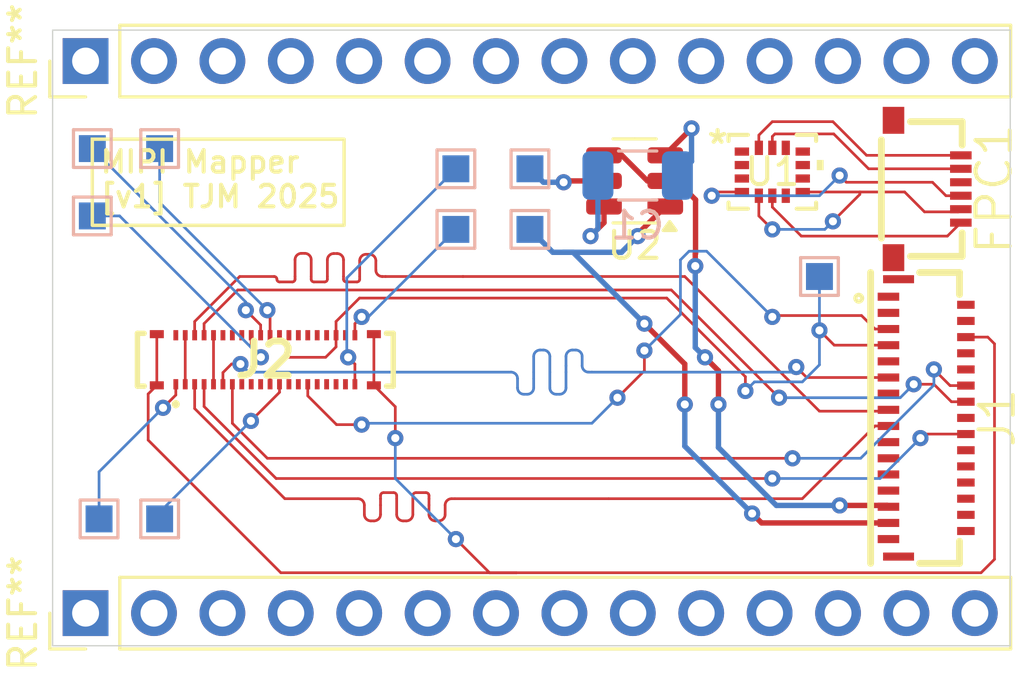
<source format=kicad_pcb>
(kicad_pcb (version 20241229) (generator "pcbnew") (generator_version "9.0")
  (title_block (title "E90 Microdisplay Adapter") (rev "0") (company "Swarthmore College") (comment 1 "Authors: Thomas Makin, Xezel Peshlakai"))
  (layers (0 "F.Cu" signal) (2 "B.Cu" signal) (13 "F.Paste" user) (15 "B.Paste" user) (5 "F.SilkS" user "F.Silkscreen") (7 "B.SilkS" user "B.Silkscreen") (1 "F.Mask" user) (3 "B.Mask" user) (25 "Edge.Cuts" user))
  (net 0 "")
  (net 1 "GND")
  (net 2 "VDD3V3_SYS")
  (net 3 "/SDA")
  (net 4 "/RL_SEL")
  (net 5 "/VGMP")
  (net 6 "/IM_0")
  (net 7 "/ELVDD")
  (net 8 "/SCL")
  (net 9 "/VREF1")
  (net 10 "/EN_AOI")
  (net 11 "/VGSP")
  (net 12 "/GPIO")
  (net 13 "/MVDD")
  (net 14 "/AVDD")
  (net 15 "/AVEE")
  (net 16 "/RST")
  (net 17 "/INT")
  (net 27 "/DATAN0")
  (net 28 "/CLK_P")
  (net 29 "/DATAP1")
  (net 32 "VDD1V8_SYS")
  (net 34 "/RESET")
  (net 36 "/DATAP0")
  (net 37 "/DATAN1")
  (net 38 "/CLK_N")
  (net 39 "/DATAP3")
  (net 40 "/DATAN3")
  (net 41 "/DATAN2")
  (net 42 "/OCP_VDD2")
  (net 44 "/DATAP2")
  (net 46 "/OCP_OUT")
  (net 47 "/VCOM")
  (net 48 "/VREF2")
  (net 49 "/VREF3")
  (net 50 "/OTP_PWR")
  (net 51 "LCD0_BL-")
  (net 52 "LCD0_BL+")
  (net 53 "-5V5")
  (net 54 "Net-(U2-CAP+)")
  (net 55 "Net-(U2-CAP-)")
  (footprint "Connector_PinHeader_2.54mm:PinHeader_1x14_P2.54mm_Vertical" (layer "F.Cu") (at 81.5 96.5 90)
    (property "Reference" "REF**" (at 0 -2.33 90) (layer "F.SilkS"))
    (property "Value" "PinHeader_1x14_P2.54mm_Vertical" (hide yes))
    (pad "1" thru_hole rect (at 0 0 90) (size 1.7 1.7) (drill 1) (layers "*.Cu" "*.Mask"))
    (pad "2" thru_hole oval (at 0 2.54 90) (size 1.7 1.7) (drill 1) (layers "*.Cu" "*.Mask"))
    (pad "3" thru_hole oval (at 0 5.08 90) (size 1.7 1.7) (drill 1) (layers "*.Cu" "*.Mask"))
    (pad "4" thru_hole oval (at 0 7.62 90) (size 1.7 1.7) (drill 1) (layers "*.Cu" "*.Mask"))
    (pad "5" thru_hole oval (at 0 10.16 90) (size 1.7 1.7) (drill 1) (layers "*.Cu" "*.Mask"))
    (pad "6" thru_hole oval (at 0 12.7 90) (size 1.7 1.7) (drill 1) (layers "*.Cu" "*.Mask"))
    (pad "7" thru_hole oval (at 0 15.24 90) (size 1.7 1.7) (drill 1) (layers "*.Cu" "*.Mask"))
    (pad "8" thru_hole oval (at 0 17.78 90) (size 1.7 1.7) (drill 1) (layers "*.Cu" "*.Mask"))
    (pad "9" thru_hole oval (at 0 20.32 90) (size 1.7 1.7) (drill 1) (layers "*.Cu" "*.Mask"))
    (pad "10" thru_hole oval (at 0 22.86 90) (size 1.7 1.7) (drill 1) (layers "*.Cu" "*.Mask"))
    (pad "11" thru_hole oval (at 0 25.4 90) (size 1.7 1.7) (drill 1) (layers "*.Cu" "*.Mask"))
    (pad "12" thru_hole oval (at 0 27.94 90) (size 1.7 1.7) (drill 1) (layers "*.Cu" "*.Mask"))
    (pad "13" thru_hole oval (at 0 30.48 90) (size 1.7 1.7) (drill 1) (layers "*.Cu" "*.Mask"))
    (pad "14" thru_hole oval (at 0 33.02 90) (size 1.7 1.7) (drill 1) (layers "*.Cu" "*.Mask"))
  )
  (footprint "bacon:BM23PF0840DS035V51-GOOD" (layer "F.Cu") (at 88.175 87.09)
    (property "Reference" "J2" (at 0 0 0) (layer "F.SilkS") (effects (font (size 1.27 1.27) (thickness 0.254))))
    (property "Value" "BM23PF0.8-40DP-0.35V_51_" (hide yes))
    (pad "1" smd rect (at -3.325 0.91) (size 0.18 0.38) (layers "F.Cu" "F.Mask" "F.Paste") (net 7 "/ELVDD"))
    (pad "2" smd rect (at -3.325 -0.91) (size 0.18 0.38) (layers "F.Cu" "F.Mask" "F.Paste") (net 47 "/VCOM"))
    (pad "3" smd rect (at -2.975 0.91) (size 0.18 0.38) (layers "F.Cu" "F.Mask" "F.Paste") (net 1 "GND"))
    (pad "4" smd rect (at -2.975 -0.91) (size 0.18 0.38) (layers "F.Cu" "F.Mask" "F.Paste") (net 1 "GND"))
    (pad "5" smd rect (at -2.625 0.91) (size 0.18 0.38) (layers "F.Cu" "F.Mask" "F.Paste") (net 38 "/CLK_N"))
    (pad "6" smd rect (at -2.625 -0.91) (size 0.18 0.38) (layers "F.Cu" "F.Mask" "F.Paste") (net 29 "/DATAP1"))
    (pad "7" smd rect (at -2.275 0.91) (size 0.18 0.38) (layers "F.Cu" "F.Mask" "F.Paste") (net 28 "/CLK_P"))
    (pad "8" smd rect (at -2.275 -0.91) (size 0.18 0.38) (layers "F.Cu" "F.Mask" "F.Paste") (net 37 "/DATAN1"))
    (pad "9" smd rect (at -1.925 0.91) (size 0.18 0.38) (layers "F.Cu" "F.Mask" "F.Paste") (net 1 "GND"))
    (pad "10" smd rect (at -1.925 -0.91) (size 0.18 0.38) (layers "F.Cu" "F.Mask" "F.Paste") (net 1 "GND"))
    (pad "11" smd rect (at -1.575 0.91) (size 0.18 0.38) (layers "F.Cu" "F.Mask" "F.Paste") (net 27 "/DATAN0"))
    (pad "12" smd rect (at -1.575 -0.91) (size 0.18 0.38) (layers "F.Cu" "F.Mask" "F.Paste") (net 44 "/DATAP2"))
    (pad "13" smd rect (at -1.225 0.91) (size 0.18 0.38) (layers "F.Cu" "F.Mask" "F.Paste") (net 36 "/DATAP0"))
    (pad "14" smd rect (at -1.225 -0.91) (size 0.18 0.38) (layers "F.Cu" "F.Mask" "F.Paste") (net 41 "/DATAN2"))
    (pad "15" smd rect (at -0.875 0.91) (size 0.18 0.38) (layers "F.Cu" "F.Mask" "F.Paste") (net 1 "GND"))
    (pad "16" smd rect (at -0.875 -0.91) (size 0.18 0.38) (layers "F.Cu" "F.Mask" "F.Paste") (net 1 "GND"))
    (pad "17" smd rect (at -0.525 0.91) (size 0.18 0.38) (layers "F.Cu" "F.Mask" "F.Paste") (net 40 "/DATAN3"))
    (pad "18" smd rect (at -0.525 -0.91) (size 0.18 0.38) (layers "F.Cu" "F.Mask" "F.Paste") (net 9 "/VREF1"))
    (pad "19" smd rect (at -0.175 0.91) (size 0.18 0.38) (layers "F.Cu" "F.Mask" "F.Paste") (net 39 "/DATAP3"))
    (pad "20" smd rect (at -0.175 -0.91) (size 0.18 0.38) (layers "F.Cu" "F.Mask" "F.Paste") (net 11 "/VGSP"))
    (pad "21" smd rect (at 0.175 0.91) (size 0.18 0.38) (layers "F.Cu" "F.Mask" "F.Paste") (net 1 "GND"))
    (pad "22" smd rect (at 0.175 -0.91) (size 0.18 0.38) (layers "F.Cu" "F.Mask" "F.Paste") (net 5 "/VGMP"))
    (pad "23" smd rect (at 0.525 0.91) (size 0.18 0.38) (layers "F.Cu" "F.Mask" "F.Paste") (net 13 "/MVDD"))
    (pad "24" smd rect (at 0.525 -0.91) (size 0.18 0.38) (layers "F.Cu" "F.Mask" "F.Paste") (net 49 "/VREF3"))
    (pad "25" smd rect (at 0.875 0.91) (size 0.18 0.38) (layers "F.Cu" "F.Mask" "F.Paste") (net 10 "/EN_AOI"))
    (pad "26" smd rect (at 0.875 -0.91) (size 0.18 0.38) (layers "F.Cu" "F.Mask" "F.Paste") (net 48 "/VREF2"))
    (pad "27" smd rect (at 1.225 0.91) (size 0.18 0.38) (layers "F.Cu" "F.Mask" "F.Paste") (net 6 "/IM_0"))
    (pad "28" smd rect (at 1.225 -0.91) (size 0.18 0.38) (layers "F.Cu" "F.Mask" "F.Paste"))
    (pad "29" smd rect (at 1.575 0.91) (size 0.18 0.38) (layers "F.Cu" "F.Mask" "F.Paste") (net 34 "/RESET"))
    (pad "30" smd rect (at 1.575 -0.91) (size 0.18 0.38) (layers "F.Cu" "F.Mask" "F.Paste"))
    (pad "31" smd rect (at 1.925 0.91) (size 0.18 0.38) (layers "F.Cu" "F.Mask" "F.Paste") (net 4 "/RL_SEL"))
    (pad "32" smd rect (at 1.925 -0.91) (size 0.18 0.38) (layers "F.Cu" "F.Mask" "F.Paste") (net 46 "/OCP_OUT"))
    (pad "33" smd rect (at 2.275 0.91) (size 0.18 0.38) (layers "F.Cu" "F.Mask" "F.Paste") (net 47 "/VCOM"))
    (pad "34" smd rect (at 2.275 -0.91) (size 0.18 0.38) (layers "F.Cu" "F.Mask" "F.Paste") (net 12 "/GPIO"))
    (pad "35" smd rect (at 2.625 0.91) (size 0.18 0.38) (layers "F.Cu" "F.Mask" "F.Paste") (net 42 "/OCP_VDD2"))
    (pad "36" smd rect (at 2.625 -0.91) (size 0.18 0.38) (layers "F.Cu" "F.Mask" "F.Paste") (net 1 "GND"))
    (pad "37" smd rect (at 2.975 0.91) (size 0.18 0.38) (layers "F.Cu" "F.Mask" "F.Paste") (net 50 "/OTP_PWR"))
    (pad "38" smd rect (at 2.975 -0.91) (size 0.18 0.38) (layers "F.Cu" "F.Mask" "F.Paste") (net 1 "GND"))
    (pad "39" smd rect (at 3.325 0.91) (size 0.18 0.38) (layers "F.Cu" "F.Mask" "F.Paste") (net 15 "/AVEE"))
    (pad "40" smd rect (at 3.325 -0.91) (size 0.18 0.38) (layers "F.Cu" "F.Mask" "F.Paste") (net 14 "/AVDD"))
    (pad "MP1" smd rect (at -4.03 0.95 90) (size 0.3 0.52) (layers "F.Cu" "F.Mask" "F.Paste") (net 32 "VDD1V8_SYS"))
    (pad "MP2" smd rect (at 4.03 0.95 90) (size 0.3 0.52) (layers "F.Cu" "F.Mask" "F.Paste") (net 32 "VDD1V8_SYS"))
    (pad "MP3" smd rect (at -4.03 -0.95 90) (size 0.3 0.52) (layers "F.Cu" "F.Mask" "F.Paste") (net 32 "VDD1V8_SYS"))
    (pad "MP4" smd rect (at 4.03 -0.95 90) (size 0.3 0.52) (layers "F.Cu" "F.Mask" "F.Paste") (net 32 "VDD1V8_SYS"))
  )
  (footprint "bacon:FFC-SMD_6P-P0.50_F0504-H-06-10G-R" (layer "F.Cu") (at 112.75 80.75 -90)
    (property "Reference" "FPC1" (at 0 -2.4851 90) (layer "F.SilkS") (effects (font (size 1.27 1.27))))
    (property "Value" "F0504-H-06-10G-R" (hide yes))
    (pad "1" smd rect (at -1.2501 -1.2501 270) (size 0.3 0.8) (layers "F.Cu" "F.Mask" "F.Paste") (net 3 "/SDA"))
    (pad "2" smd rect (at -0.7499 -1.2501 270) (size 0.3 0.8) (layers "F.Cu" "F.Mask" "F.Paste") (net 8 "/SCL"))
    (pad "3" smd rect (at -0.2501 -1.2501 270) (size 0.3 0.8) (layers "F.Cu" "F.Mask" "F.Paste") (net 16 "/RST"))
    (pad "4" smd rect (at 0.2501 -1.2501 270) (size 0.3 0.8) (layers "F.Cu" "F.Mask" "F.Paste") (net 17 "/INT"))
    (pad "5" smd rect (at 0.7499 -1.2501 270) (size 0.3 0.8) (layers "F.Cu" "F.Mask" "F.Paste") (net 2 "VDD3V3_SYS"))
    (pad "6" smd rect (at 1.2501 -1.2501 270) (size 0.3 0.8) (layers "F.Cu" "F.Mask" "F.Paste") (net 1 "GND"))
    (pad "7" smd rect (at 2.55 1.2501 270) (size 1 0.8) (layers "F.Cu" "F.Mask" "F.Paste") (net 1 "GND"))
    (pad "8" smd rect (at -2.55 1.2501 270) (size 1 0.8) (layers "F.Cu" "F.Mask" "F.Paste") (net 1 "GND"))
  )
  (footprint "bacon:FPC-SMD_31P-P0.30_HDGC_0.3K-QX-31PWB" (layer "F.Cu") (at 112.75 89.25 -90)
    (property "Reference" "J1" (at 0 -2.5975 90) (layer "F.SilkS") (effects (font (size 1.27 1.27))))
    (property "Value" "3-2328724-1" (hide yes))
    (pad "1" smd rect (at 4.5 1.4375 270) (size 0.3 0.8) (layers "F.Cu" "F.Mask" "F.Paste") (net 52 "LCD0_BL+"))
    (pad "2" smd rect (at 4.2 -1.4375 270) (size 0.3 0.65) (layers "F.Cu" "F.Mask" "F.Paste") (net 52 "LCD0_BL+"))
    (pad "3" smd rect (at 3.9 1.4375 270) (size 0.3 0.8) (layers "F.Cu" "F.Mask" "F.Paste") (net 52 "LCD0_BL+"))
    (pad "4" smd rect (at 3.6001 -1.4375 270) (size 0.3 0.65) (layers "F.Cu" "F.Mask" "F.Paste"))
    (pad "5" smd rect (at 3.3001 1.4375 270) (size 0.3 0.8) (layers "F.Cu" "F.Mask" "F.Paste") (net 51 "LCD0_BL-"))
    (pad "6" smd rect (at 3.0001 -1.4375 270) (size 0.3 0.65) (layers "F.Cu" "F.Mask" "F.Paste") (net 51 "LCD0_BL-"))
    (pad "7" smd rect (at 2.6999 1.4375 270) (size 0.3 0.8) (layers "F.Cu" "F.Mask" "F.Paste") (net 51 "LCD0_BL-"))
    (pad "8" smd rect (at 2.3999 -1.4375 270) (size 0.3 0.65) (layers "F.Cu" "F.Mask" "F.Paste") (net 51 "LCD0_BL-"))
    (pad "9" smd rect (at 2.0999 1.4375 270) (size 0.3 0.8) (layers "F.Cu" "F.Mask" "F.Paste") (net 1 "GND"))
    (pad "10" smd rect (at 1.8 -1.4375 270) (size 0.3 0.65) (layers "F.Cu" "F.Mask" "F.Paste") (net 1 "GND"))
    (pad "11" smd rect (at 1.5 1.4375 270) (size 0.3 0.8) (layers "F.Cu" "F.Mask" "F.Paste"))
    (pad "12" smd rect (at 1.2 -1.4375 270) (size 0.3 0.65) (layers "F.Cu" "F.Mask" "F.Paste"))
    (pad "13" smd rect (at 0.9 1.4375 270) (size 0.3 0.8) (layers "F.Cu" "F.Mask" "F.Paste") (net 1 "GND"))
    (pad "14" smd rect (at 0.6001 -1.4375 270) (size 0.3 0.65) (layers "F.Cu" "F.Mask" "F.Paste") (net 28 "/CLK_P"))
    (pad "15" smd rect (at 0.3001 1.4375 270) (size 0.3 0.8) (layers "F.Cu" "F.Mask" "F.Paste") (net 38 "/CLK_N"))
    (pad "16" smd rect (at 0.0001 -1.4375 270) (size 0.3 0.65) (layers "F.Cu" "F.Mask" "F.Paste") (net 1 "GND"))
    (pad "17" smd rect (at -0.3001 1.4375 270) (size 0.3 0.8) (layers "F.Cu" "F.Mask" "F.Paste") (net 29 "/DATAP1"))
    (pad "18" smd rect (at -0.6001 -1.4375 270) (size 0.3 0.65) (layers "F.Cu" "F.Mask" "F.Paste") (net 37 "/DATAN1"))
    (pad "19" smd rect (at -0.9 1.4375 270) (size 0.3 0.8) (layers "F.Cu" "F.Mask" "F.Paste") (net 1 "GND"))
    (pad "20" smd rect (at -1.2 -1.4375 270) (size 0.3 0.65) (layers "F.Cu" "F.Mask" "F.Paste") (net 36 "/DATAP0"))
    (pad "21" smd rect (at -1.5 1.4375 270) (size 0.3 0.8) (layers "F.Cu" "F.Mask" "F.Paste") (net 27 "/DATAN0"))
    (pad "22" smd rect (at -1.8 -1.4375 270) (size 0.3 0.65) (layers "F.Cu" "F.Mask" "F.Paste") (net 1 "GND"))
    (pad "23" smd rect (at -2.0999 1.4375 270) (size 0.3 0.8) (layers "F.Cu" "F.Mask" "F.Paste"))
    (pad "24" smd rect (at -2.3999 -1.4375 270) (size 0.3 0.65) (layers "F.Cu" "F.Mask" "F.Paste"))
    (pad "25" smd rect (at -2.6999 1.4375 270) (size 0.3 0.8) (layers "F.Cu" "F.Mask" "F.Paste") (net 1 "GND"))
    (pad "26" smd rect (at -2.9999 -1.4375 270) (size 0.3 0.65) (layers "F.Cu" "F.Mask" "F.Paste") (net 32 "VDD1V8_SYS"))
    (pad "27" smd rect (at -3.3001 1.4375 270) (size 0.3 0.8) (layers "F.Cu" "F.Mask" "F.Paste") (net 34 "/RESET"))
    (pad "28" smd rect (at -3.6001 -1.4375 270) (size 0.3 0.65) (layers "F.Cu" "F.Mask" "F.Paste") (net 1 "GND"))
    (pad "29" smd rect (at -3.9 1.4375 270) (size 0.3 0.8) (layers "F.Cu" "F.Mask" "F.Paste") (net 32 "VDD1V8_SYS"))
    (pad "30" smd rect (at -4.2 -1.4375 270) (size 0.3 0.65) (layers "F.Cu" "F.Mask" "F.Paste") (net 2 "VDD3V3_SYS"))
    (pad "31" smd rect (at -4.5 1.4375 270) (size 0.3 0.8) (layers "F.Cu" "F.Mask" "F.Paste") (net 2 "VDD3V3_SYS"))
    (pad "32" smd rect (at 5.15 1.0624 270) (size 0.3 1.15) (layers "F.Cu" "F.Mask" "F.Paste") (net 1 "GND"))
    (pad "33" smd rect (at -5.15 1.0621 270) (size 0.3 1.15) (layers "F.Cu" "F.Mask" "F.Paste") (net 1 "GND"))
  )
  (footprint "Package_TO_SOT_SMD:SOT-23-6" (layer "F.Cu") (at 101.8875 80.45 180)
    (property "Reference" "U2" (at 0 -2.4 0) (layer "F.SilkS"))
    (property "Value" "LM2665M6" (hide yes))
    (pad "1" smd roundrect (at -1.1375 -0.95 180) (size 1.325 0.6) (layers "F.Cu" "F.Mask" "F.Paste") (net 52 "LCD0_BL+"))
    (pad "2" smd roundrect (at -1.1375 0 180) (size 1.325 0.6) (layers "F.Cu" "F.Mask" "F.Paste") (net 51 "LCD0_BL-"))
    (pad "3" smd roundrect (at -1.1375 0.95 180) (size 1.325 0.6) (layers "F.Cu" "F.Mask" "F.Paste") (net 55 "Net-(U2-CAP-)"))
    (pad "4" smd roundrect (at 1.1375 0.95 180) (size 1.325 0.6) (layers "F.Cu" "F.Mask" "F.Paste") (net 51 "LCD0_BL-"))
    (pad "5" smd roundrect (at 1.1375 0 180) (size 1.325 0.6) (layers "F.Cu" "F.Mask" "F.Paste") (net 53 "-5V5"))
    (pad "6" smd roundrect (at 1.1375 -0.95 180) (size 1.325 0.6) (layers "F.Cu" "F.Mask" "F.Paste") (net 54 "Net-(U2-CAP+)"))
  )
  (footprint "Connector_PinHeader_2.54mm:PinHeader_1x14_P2.54mm_Vertical" (layer "F.Cu") (at 81.5 76 90)
    (property "Reference" "REF**" (at 0 -2.33 90) (layer "F.SilkS"))
    (property "Value" "PinHeader_1x14_P2.54mm_Vertical" (hide yes))
    (pad "1" thru_hole rect (at 0 0 90) (size 1.7 1.7) (drill 1) (layers "*.Cu" "*.Mask"))
    (pad "2" thru_hole oval (at 0 2.54 90) (size 1.7 1.7) (drill 1) (layers "*.Cu" "*.Mask"))
    (pad "3" thru_hole oval (at 0 5.08 90) (size 1.7 1.7) (drill 1) (layers "*.Cu" "*.Mask"))
    (pad "4" thru_hole oval (at 0 7.62 90) (size 1.7 1.7) (drill 1) (layers "*.Cu" "*.Mask"))
    (pad "5" thru_hole oval (at 0 10.16 90) (size 1.7 1.7) (drill 1) (layers "*.Cu" "*.Mask"))
    (pad "6" thru_hole oval (at 0 12.7 90) (size 1.7 1.7) (drill 1) (layers "*.Cu" "*.Mask"))
    (pad "7" thru_hole oval (at 0 15.24 90) (size 1.7 1.7) (drill 1) (layers "*.Cu" "*.Mask"))
    (pad "8" thru_hole oval (at 0 17.78 90) (size 1.7 1.7) (drill 1) (layers "*.Cu" "*.Mask"))
    (pad "9" thru_hole oval (at 0 20.32 90) (size 1.7 1.7) (drill 1) (layers "*.Cu" "*.Mask"))
    (pad "10" thru_hole oval (at 0 22.86 90) (size 1.7 1.7) (drill 1) (layers "*.Cu" "*.Mask"))
    (pad "11" thru_hole oval (at 0 25.4 90) (size 1.7 1.7) (drill 1) (layers "*.Cu" "*.Mask"))
    (pad "12" thru_hole oval (at 0 27.94 90) (size 1.7 1.7) (drill 1) (layers "*.Cu" "*.Mask"))
    (pad "13" thru_hole oval (at 0 30.48 90) (size 1.7 1.7) (drill 1) (layers "*.Cu" "*.Mask"))
    (pad "14" thru_hole oval (at 0 33.02 90) (size 1.7 1.7) (drill 1) (layers "*.Cu" "*.Mask"))
  )
  (footprint "footprints:LGA14_2P5X3X0P91_IVS" (layer "F.Cu") (at 107 80.111)
    (property "Reference" "U1" (at 0 0 0) (layer "F.SilkS"))
    (property "Value" "ICM-42605" (hide yes))
    (fp_text user "*" (at -2.032 -1 0) (layer "F.SilkS"))
    (fp_text user "*" (at -2.032 -1 0) (layer "F.SilkS"))
    (pad "1" smd rect (at -1.1303 -0.750001 90) (size 0.3048 0.5334) (layers "F.Cu" "F.Mask" "F.Paste"))
    (pad "2" smd rect (at -1.1303 -0.25 90) (size 0.3048 0.5334) (layers "F.Cu" "F.Mask" "F.Paste"))
    (pad "3" smd rect (at -1.1303 0.25 90) (size 0.3048 0.5334) (layers "F.Cu" "F.Mask" "F.Paste"))
    (pad "4" smd rect (at -1.1303 0.750001 90) (size 0.3048 0.5334) (layers "F.Cu" "F.Mask" "F.Paste") (net 17 "/INT"))
    (pad "5" smd rect (at -0.499999 0.889) (size 0.3048 0.5334) (layers "F.Cu" "F.Mask" "F.Paste") (net 2 "VDD3V3_SYS"))
    (pad "6" smd rect (at 0 0.889) (size 0.3048 0.5334) (layers "F.Cu" "F.Mask" "F.Paste") (net 1 "GND"))
    (pad "7" smd rect (at 0.499999 0.889) (size 0.3048 0.5334) (layers "F.Cu" "F.Mask" "F.Paste"))
    (pad "8" smd rect (at 1.1303 0.750001 90) (size 0.3048 0.5334) (layers "F.Cu" "F.Mask" "F.Paste") (net 2 "VDD3V3_SYS"))
    (pad "9" smd rect (at 1.1303 0.25 90) (size 0.3048 0.5334) (layers "F.Cu" "F.Mask" "F.Paste"))
    (pad "10" smd rect (at 1.1303 -0.25 90) (size 0.3048 0.5334) (layers "F.Cu" "F.Mask" "F.Paste"))
    (pad "11" smd rect (at 1.1303 -0.750001 90) (size 0.3048 0.5334) (layers "F.Cu" "F.Mask" "F.Paste"))
    (pad "12" smd rect (at 0.499999 -0.889) (size 0.3048 0.5334) (layers "F.Cu" "F.Mask" "F.Paste"))
    (pad "13" smd rect (at 0 -0.889) (size 0.3048 0.5334) (layers "F.Cu" "F.Mask" "F.Paste") (net 8 "/SCL"))
    (pad "14" smd rect (at -0.499999 -0.889) (size 0.3048 0.5334) (layers "F.Cu" "F.Mask" "F.Paste") (net 3 "/SDA"))
  )
  (footprint "TestPoint:TestPoint_Pad_1.0x1.0mm" (layer "B.Cu") (at 82 93 180)
    (property "Reference" "TP5" (hide yes))
    (property "Value" "ELVDD Test" (hide yes))
    (pad "1" smd rect (at 0 0 180) (size 1 1) (layers "B.Cu" "B.Mask") (net 7 "/ELVDD"))
  )
  (footprint "TestPoint:TestPoint_Pad_1.0x1.0mm" (layer "B.Cu") (at 108.75 84 180)
    (property "Reference" "TP9" (hide yes))
    (property "Value" "GND Test" (hide yes))
    (pad "1" smd rect (at 0 0 180) (size 1 1) (layers "B.Cu" "B.Mask") (net 1 "GND"))
  )
  (footprint "TestPoint:TestPoint_Pad_1.0x1.0mm" (layer "B.Cu") (at 81.75 81.75 180)
    (property "Reference" "TP4" (hide yes))
    (property "Value" "VREF1 Test" (hide yes))
    (pad "1" smd rect (at 0 0 180) (size 1 1) (layers "B.Cu" "B.Mask") (net 9 "/VREF1"))
  )
  (footprint "TestPoint:TestPoint_Pad_1.0x1.0mm" (layer "B.Cu") (at 84.25 79.25 180)
    (property "Reference" "TP8" (hide yes))
    (property "Value" "VGMP Test" (hide yes))
    (pad "1" smd rect (at 0 0 180) (size 1 1) (layers "B.Cu" "B.Mask") (net 5 "/VGMP"))
  )
  (footprint "TestPoint:TestPoint_Pad_1.0x1.0mm" (layer "B.Cu") (at 81.75 79.25 180)
    (property "Reference" "TP7" (hide yes))
    (property "Value" "VGSP Test" (hide yes))
    (pad "1" smd rect (at 0 0 180) (size 1 1) (layers "B.Cu" "B.Mask") (net 11 "/VGSP"))
  )
  (footprint "TestPoint:TestPoint_Pad_1.0x1.0mm" (layer "B.Cu") (at 95.25 80 180)
    (property "Reference" "TP2" (hide yes))
    (property "Value" "-5V5 Screen" (hide yes))
    (pad "1" smd rect (at 0 0 180) (size 1 1) (layers "B.Cu" "B.Mask") (net 15 "/AVEE"))
  )
  (footprint "TestPoint:TestPoint_Pad_1.0x1.0mm" (layer "B.Cu") (at 98 82.25 180)
    (property "Reference" "TP10" (hide yes))
    (property "Value" "+5V5 Src" (hide yes))
    (pad "1" smd rect (at 0 0 180) (size 1 1) (layers "B.Cu" "B.Mask") (net 52 "LCD0_BL+"))
  )
  (footprint "Capacitor_SMD:C_1206_3216Metric" (layer "B.Cu") (at 102 80.25)
    (property "Reference" "C1" (at 0 1.85 0) (layer "B.SilkS") (effects (justify mirror)))
    (property "Value" "47 uF" (hide yes))
    (pad "1" smd roundrect (at -1.475 0) (size 1.15 1.8) (layers "B.Cu" "B.Mask" "B.Paste") (roundrect_rratio 0.217391) (net 54 "Net-(U2-CAP+)"))
    (pad "2" smd roundrect (at 1.475 0) (size 1.15 1.8) (layers "B.Cu" "B.Mask" "B.Paste") (roundrect_rratio 0.217391) (net 55 "Net-(U2-CAP-)"))
  )
  (footprint "TestPoint:TestPoint_Pad_1.0x1.0mm" (layer "B.Cu") (at 95.25 82.25 180)
    (property "Reference" "TP1" (hide yes))
    (property "Value" "+5V5 Screen" (hide yes))
    (pad "1" smd rect (at 0 0 180) (size 1 1) (layers "B.Cu" "B.Mask") (net 14 "/AVDD"))
  )
  (footprint "TestPoint:TestPoint_Pad_1.0x1.0mm" (layer "B.Cu") (at 98 80 180)
    (property "Reference" "TP11" (hide yes))
    (property "Value" "-5V5 Screen" (hide yes))
    (pad "1" smd rect (at 0 0 180) (size 1 1) (layers "B.Cu" "B.Mask") (net 53 "-5V5"))
  )
  (footprint "TestPoint:TestPoint_Pad_1.0x1.0mm" (layer "B.Cu") (at 84.25 93 180)
    (property "Reference" "TP3" (hide yes))
    (property "Value" "MVDD Test" (hide yes))
    (pad "1" smd rect (at 0 0 180) (size 1 1) (layers "B.Cu" "B.Mask") (net 13 "/MVDD"))
  )
  (gr_rect (start 81.75 78.9) (end 91.1 82.1) (stroke (width 0.127)) (fill no) (layer "F.SilkS"))
  (gr_rect (start 80.275 74.85) (end 115.835 97.71) (stroke (width 0.05)) (fill no) (layer "Edge.Cuts"))
  (gr_text "MIPI Mapper\n[v1] TJM 2025" (at 81.975 81.5 0) (layer "F.SilkS") (effects (font (size 0.8 0.8) (thickness 0.15) (bold yes)) (justify left bottom)))
  (segment (start 86.25 86.18) (end 86.25 88) (width 0.1) (layer "F.Cu") (net 1))
  (segment (start 90.412 87) (end 88.918 87) (width 0.1) (layer "F.Cu") (net 1))
  (segment (start 91.669768 84.801) (end 103.080232 84.801) (width 0.1) (layer "F.Cu") (net 1))
  (segment (start 90.8 86.18) (end 90.8 85.670768) (width 0.1) (layer "F.Cu") (net 1))
  (segment (start 113.5002 82.5) (end 108.078899 82.5) (width 0.1) (layer "F.Cu") (net 1))
  (segment (start 106 87.720768) (end 106 88.25) (width 0.1) (layer "F.Cu") (net 1))
  (segment (start 90.8 86.18) (end 90.8 86.612) (width 0.1) (layer "F.Cu") (net 1))
  (segment (start 88.918 87) (end 88.35 87.568) (width 0.1) (layer "F.Cu") (net 1))
  (segment (start 109.3001 86.5501) (end 108.75 86) (width 0.1) (layer "F.Cu") (net 1))
  (segment (start 103.080232 84.801) (end 106 87.720768) (width 0.1) (layer "F.Cu") (net 1))
  (segment (start 108.078899 82.5) (end 107 81.421101) (width 0.1) (layer "F.Cu") (net 1))
  (segment (start 111.3125 86.5501) (end 109.3001 86.5501) (width 0.1) (layer "F.Cu") (net 1))
  (segment (start 90.8 86.612) (end 90.412 87) (width 0.1) (layer "F.Cu") (net 1))
  (segment (start 107 81.421101) (end 107 81) (width 0.1) (layer "F.Cu") (net 1))
  (segment (start 90.8 85.670768) (end 91.669768 84.801) (width 0.1) (layer "F.Cu") (net 1))
  (segment (start 88.35 87.568) (end 88.35 88) (width 0.1) (layer "F.Cu") (net 1))
  (segment (start 85.2 86.18) (end 85.2 88) (width 0.1) (layer "F.Cu") (net 1))
  (segment (start 114.0001 82.0001) (end 113.5002 82.5) (width 0.1) (layer "F.Cu") (net 1))
  (via (at 108.75 86) (size 0.6) (drill 0.3) (layers "F.Cu" "B.Cu") (net 1))
  (via (at 106 88.25) (size 0.6) (drill 0.3) (layers "F.Cu" "B.Cu") (net 1))
  (segment (start 108.75 86) (end 108.75 84) (width 0.1) (layer "B.Cu") (net 1))
  (segment (start 108.75 87.279232) (end 108.75 86) (width 0.1) (layer "B.Cu") (net 1))
  (segment (start 108.117141 87.912091) (end 108.75 87.279232) (width 0.1) (layer "B.Cu") (net 1))
  (segment (start 106 88.25) (end 106.337909 87.912091) (width 0.1) (layer "B.Cu") (net 1))
  (segment (start 106.337909 87.912091) (end 108.117141 87.912091) (width 0.1) (layer "B.Cu") (net 1))
  (segment (start 112.6509 81.5991) (end 111.912801 80.861001) (width 0.1) (layer "F.Cu") (net 2))
  (segment (start 110.25 80.861001) (end 110.25 80.95) (width 0.1) (layer "F.Cu") (net 2))
  (segment (start 110.25 80.95) (end 109.25 81.95) (width 0.1) (layer "F.Cu") (net 2))
  (segment (start 106.500001 81.750001) (end 106.500001 81) (width 0.1) (layer "F.Cu") (net 2))
  (segment (start 107 82.25) (end 106.500001 81.750001) (width 0.1) (layer "F.Cu") (net 2))
  (segment (start 113.9009 81.5991) (end 112.6509 81.5991) (width 0.1) (layer "F.Cu") (net 2))
  (segment (start 110.25 80.861001) (end 108.1303 80.861001) (width 0.1) (layer "F.Cu") (net 2))
  (segment (start 111.912801 80.861001) (end 110.25 80.861001) (width 0.1) (layer "F.Cu") (net 2))
  (segment (start 114.0001 81.4999) (end 113.9009 81.5991) (width 0.1) (layer "F.Cu") (net 2))
  (via (at 109.25 81.95) (size 0.6) (drill 0.3) (layers "F.Cu" "B.Cu") (net 2))
  (via (at 107 82.25) (size 0.6) (drill 0.3) (layers "F.Cu" "B.Cu") (net 2))
  (segment (start 109.25 81.95) (end 108.95 82.25) (width 0.1) (layer "B.Cu") (net 2))
  (segment (start 108.95 82.25) (end 107 82.25) (width 0.1) (layer "B.Cu") (net 2))
  (segment (start 110.4999 79.4999) (end 109.25 78.25) (width 0.1) (layer "F.Cu") (net 3))
  (segment (start 107 78.25) (end 106.500001 78.749999) (width 0.1) (layer "F.Cu") (net 3))
  (segment (start 109.25 78.25) (end 107 78.25) (width 0.1) (layer "F.Cu") (net 3))
  (segment (start 106.500001 78.749999) (end 106.500001 79.222) (width 0.1) (layer "F.Cu") (net 3))
  (segment (start 114.0001 79.4999) (end 110.4999 79.4999) (width 0.1) (layer "F.Cu") (net 3))
  (segment (start 88.35 85.35) (end 88.35 86.18) (width 0.1) (layer "F.Cu") (net 5))
  (segment (start 88.25 85.25) (end 88.35 85.35) (width 0.1) (layer "F.Cu") (net 5))
  (via (at 88.25 85.25) (size 0.6) (drill 0.3) (layers "F.Cu" "B.Cu") (net 5))
  (segment (start 84.25 81.25) (end 88.25 85.25) (width 0.1) (layer "B.Cu") (net 5))
  (segment (start 84.25 79.25) (end 84.25 81.25) (width 0.1) (layer "B.Cu") (net 5))
  (segment (start 84.375 88.875) (end 84.85 88.4) (width 0.1) (layer "F.Cu") (net 7))
  (segment (start 84.85 88.4) (end 84.85 88) (width 0.1) (layer "F.Cu") (net 7))
  (via (at 84.375 88.875) (size 0.6) (drill 0.3) (layers "F.Cu" "B.Cu") (net 7))
  (segment (start 82 91.25) (end 82 93) (width 0.1) (layer "B.Cu") (net 7))
  (segment (start 84.375 88.875) (end 82 91.25) (width 0.1) (layer "B.Cu") (net 7))
  (segment (start 107 79.222) (end 107 78.800899) (width 0.1) (layer "F.Cu") (net 8))
  (segment (start 109.278622 78.7043) (end 110.574422 80.0001) (width 0.1) (layer "F.Cu") (net 8))
  (segment (start 107.096599 78.7043) (end 109.278622 78.7043) (width 0.1) (layer "F.Cu") (net 8))
  (segment (start 107 78.800899) (end 107.096599 78.7043) (width 0.1) (layer "F.Cu") (net 8))
  (segment (start 110.574422 80.0001) (end 114.0001 80.0001) (width 0.1) (layer "F.Cu") (net 8))
  (segment (start 87.65 86.638068) (end 87.65 86.18) (width 0.1) (layer "F.Cu") (net 9))
  (segment (start 88.008949 86.997017) (end 87.65 86.638068) (width 0.1) (layer "F.Cu") (net 9))
  (via (at 88.008949 86.997017) (size 0.6) (drill 0.3) (layers "F.Cu" "B.Cu") (net 9))
  (segment (start 82.761932 81.75) (end 88.008949 86.997017) (width 0.1) (layer "B.Cu") (net 9))
  (segment (start 81.75 81.75) (end 82.761932 81.75) (width 0.1) (layer "B.Cu") (net 9))
  (segment (start 88 85.800003) (end 88 86.18) (width 0.1) (layer "F.Cu") (net 11))
  (segment (start 87.449997 85.25) (end 88 85.800003) (width 0.1) (layer "F.Cu") (net 11))
  (via (at 87.449997 85.25) (size 0.6) (drill 0.3) (layers "F.Cu" "B.Cu") (net 11))
  (segment (start 87.449997 84.949997) (end 87.449997 85.25) (width 0.1) (layer "B.Cu") (net 11))
  (segment (start 81.75 79.25) (end 87.449997 84.949997) (width 0.1) (layer "B.Cu") (net 11))
  (segment (start 87.638909 89.361091) (end 88.7 88.3) (width 0.1) (layer "F.Cu") (net 13))
  (segment (start 88.7 88.3) (end 88.7 88) (width 0.1) (layer "F.Cu") (net 13))
  (via (at 87.638909 89.361091) (size 0.6) (drill 0.3) (layers "F.Cu" "B.Cu") (net 13))
  (segment (start 84.25 92.75) (end 84.25 93) (width 0.1) (layer "B.Cu") (net 13))
  (segment (start 87.638909 89.361091) (end 84.25 92.75) (width 0.1) (layer "B.Cu") (net 13))
  (segment (start 91.75 85.5) (end 91.5 85.75) (width 0.1) (layer "F.Cu") (net 14))
  (segment (start 91.5 85.75) (end 91.5 86.18) (width 0.1) (layer "F.Cu") (net 14))
  (via (at 91.75 85.5) (size 0.6) (drill 0.3) (layers "F.Cu" "B.Cu") (net 14))
  (segment (start 92 85.5) (end 91.75 85.5) (width 0.1) (layer "B.Cu") (net 14))
  (segment (start 95.25 82.25) (end 92 85.5) (width 0.1) (layer "B.Cu") (net 14))
  (segment (start 91.5 87.25) (end 91.5 88) (width 0.1) (layer "F.Cu") (net 15))
  (segment (start 91.25 87) (end 91.5 87.25) (width 0.1) (layer "F.Cu") (net 15))
  (via (at 91.25 87) (size 0.6) (drill 0.3) (layers "F.Cu" "B.Cu") (net 15))
  (segment (start 91.199 84.051) (end 91.199 86.949) (width 0.1) (layer "B.Cu") (net 15))
  (segment (start 91.199 86.949) (end 91.25 87) (width 0.1) (layer "B.Cu") (net 15))
  (segment (start 95.25 80) (end 91.199 84.051) (width 0.1) (layer "B.Cu") (net 15))
  (segment (start 114.0001 81.0001) (end 113.4483 81.0001) (width 0.1) (layer "F.Cu") (net 17))
  (segment (start 104.75 81) (end 104.888999 80.861001) (width 0.1) (layer "F.Cu") (net 17))
  (segment (start 109.75 80.5) (end 109.5 80.25) (width 0.1) (layer "F.Cu") (net 17))
  (segment (start 104.888999 80.861001) (end 105.8697 80.861001) (width 0.1) (layer "F.Cu") (net 17))
  (segment (start 112.9482 80.5) (end 109.75 80.5) (width 0.1) (layer "F.Cu") (net 17))
  (segment (start 113.4483 81.0001) (end 112.9482 80.5) (width 0.1) (layer "F.Cu") (net 17))
  (via (at 104.75 81) (size 0.6) (drill 0.3) (layers "F.Cu" "B.Cu") (net 17))
  (via (at 109.5 80.25) (size 0.6) (drill 0.3) (layers "F.Cu" "B.Cu") (net 17))
  (segment (start 109.5 80.25) (end 108.75 81) (width 0.1) (layer "B.Cu") (net 17))
  (segment (start 108.75 81) (end 104.75 81) (width 0.1) (layer "B.Cu") (net 17))
  (segment (start 111.3125 87.75) (end 108.277818 87.75) (width 0.1) (layer "F.Cu") (net 27))
  (segment (start 86.6 87.568) (end 86.6 88) (width 0.1) (layer "F.Cu") (net 27))
  (segment (start 108.277818 87.75) (end 107.888909 87.361091) (width 0.1) (layer "F.Cu") (net 27))
  (segment (start 86.918 87.25) (end 86.6 87.568) (width 0.1) (layer "F.Cu") (net 27))
  (segment (start 87.25 87.25) (end 86.918 87.25) (width 0.1) (layer "F.Cu") (net 27))
  (via (at 107.888909 87.361091) (size 0.6) (drill 0.3) (layers "F.Cu" "B.Cu") (net 27))
  (via (at 87.25 87.25) (size 0.6) (drill 0.3) (layers "F.Cu" "B.Cu") (net 27))
  (segment (start 100.298894 87.551) (end 106.377736 87.551) (width 0.1) (layer "B.Cu") (net 27))
  (segment (start 97.778894 88.372263) (end 97.898894 88.372263) (width 0.1) (layer "B.Cu") (net 27))
  (segment (start 106.377736 87.551) (end 107.699 87.551) (width 0.1) (layer "B.Cu") (net 27))
  (segment (start 98.738894 86.969737) (end 98.738894 87.551) (width 0.1) (layer "B.Cu") (net 27))
  (segment (start 87.25 87.25) (end 87.551 87.551) (width 0.1) (layer "B.Cu") (net 27))
  (segment (start 107.699 87.551) (end 107.888909 87.361091) (width 0.1) (layer "B.Cu") (net 27))
  (segment (start 98.378894 86.729737) (end 98.498894 86.729737) (width 0.1) (layer "B.Cu") (net 27))
  (segment (start 98.738894 87.551) (end 98.738894 88.132251) (width 0.1) (layer "B.Cu") (net 27))
  (segment (start 99.338894 88.132251) (end 99.338894 87.551) (width 0.1) (layer "B.Cu") (net 27))
  (segment (start 99.338894 87.311) (end 99.338894 86.969749) (width 0.1) (layer "B.Cu") (net 27))
  (segment (start 98.978894 88.372251) (end 99.098894 88.372251) (width 0.1) (layer "B.Cu") (net 27))
  (segment (start 98.138894 88.132263) (end 98.138894 87.791) (width 0.1) (layer "B.Cu") (net 27))
  (segment (start 99.338894 87.551) (end 99.338894 87.311) (width 0.1) (layer "B.Cu") (net 27))
  (segment (start 87.551 87.551) (end 97.298894 87.551) (width 0.1) (layer "B.Cu") (net 27))
  (segment (start 98.138894 87.551) (end 98.138894 86.969737) (width 0.1) (layer "B.Cu") (net 27))
  (segment (start 100.178894 87.551) (end 100.298894 87.551) (width 0.1) (layer "B.Cu") (net 27))
  (segment (start 97.538894 87.791) (end 97.538894 88.132263) (width 0.1) (layer "B.Cu") (net 27))
  (segment (start 99.938894 86.969749) (end 99.938894 87.311) (width 0.1) (layer "B.Cu") (net 27))
  (segment (start 98.138894 87.791) (end 98.138894 87.551) (width 0.1) (layer "B.Cu") (net 27))
  (segment (start 99.578894 86.729749) (end 99.698894 86.729749) (width 0.1) (layer "B.Cu") (net 27))
  (arc (start 97.298894 87.551) (mid 97.4686 87.621294) (end 97.538894 87.791) (width 0.1) (layer "B.Cu") (net 27))
  (arc (start 99.698894 86.729749) (mid 99.8686 86.800043) (end 99.938894 86.969749) (width 0.1) (layer "B.Cu") (net 27))
  (arc (start 98.138894 86.969737) (mid 98.209188 86.800031) (end 98.378894 86.729737) (width 0.1) (layer "B.Cu") (net 27))
  (arc (start 99.938894 87.311) (mid 100.009188 87.480706) (end 100.178894 87.551) (width 0.1) (layer "B.Cu") (net 27))
  (arc (start 98.498894 86.729737) (mid 98.6686 86.800031) (end 98.738894 86.969737) (width 0.1) (layer "B.Cu") (net 27))
  (arc (start 98.738894 88.132251) (mid 98.809188 88.301957) (end 98.978894 88.372251) (width 0.1) (layer "B.Cu") (net 27))
  (arc (start 97.898894 88.372263) (mid 98.0686 88.301969) (end 98.138894 88.132263) (width 0.1) (layer "B.Cu") (net 27))
  (arc (start 99.338894 86.969749) (mid 99.409188 86.800043) (end 99.578894 86.729749) (width 0.1) (layer "B.Cu") (net 27))
  (arc (start 99.098894 88.372251) (mid 99.2686 88.301957) (end 99.338894 88.132251) (width 0.1) (layer "B.Cu") (net 27))
  (arc (start 97.538894 88.132263) (mid 97.609188 88.301969) (end 97.778894 88.372263) (width 0.1) (layer "B.Cu") (net 27))
  (segment (start 88.574322 91.5) (end 107 91.5) (width 0.1) (layer "F.Cu") (net 28))
  (segment (start 112.6499 89.8501) (end 114.1875 89.8501) (width 0.1) (layer "F.Cu") (net 28))
  (segment (start 85.9 88) (end 85.9 88.825678) (width 0.1) (layer "F.Cu") (net 28))
  (segment (start 112.5 90) (end 112.6499 89.8501) (width 0.1) (layer "F.Cu") (net 28))
  (segment (start 85.9 88.825678) (end 88.574322 91.5) (width 0.1) (layer "F.Cu") (net 28))
  (via (at 112.5 90) (size 0.6) (drill 0.3) (layers "F.Cu" "B.Cu") (net 28))
  (via (at 107 91.5) (size 0.6) (drill 0.3) (layers "F.Cu" "B.Cu") (net 28))
  (segment (start 111 91.5) (end 112.5 90) (width 0.1) (layer "B.Cu") (net 28))
  (segment (start 107 91.5) (end 111 91.5) (width 0.1) (layer "B.Cu") (net 28))
  (segment (start 91.677661 84.1) (end 91.677661 84) (width 0.1) (layer "F.Cu") (net 29))
  (segment (start 87.222322 84) (end 88.502661 84) (width 0.1) (layer "F.Cu") (net 29))
  (segment (start 91.177661 84.2) (end 91.577661 84.2) (width 0.1) (layer "F.Cu") (net 29))
  (segment (start 89.277661 84.1) (end 89.277661 84) (width 0.1) (layer "F.Cu") (net 29))
  (segment (start 92.637661 84) (end 95.514919 84) (width 0.1) (layer "F.Cu") (net 29))
  (segment (start 91.077661 83.386388) (end 91.077661 84) (width 0.1) (layer "F.Cu") (net 29))
  (segment (start 88.702661 84.2) (end 89.177661 84.2) (width 0.1) (layer "F.Cu") (net 29))
  (segment (start 89.977661 84.2) (end 90.377661 84.2) (width 0.1) (layer "F.Cu") (net 29))
  (segment (start 89.877661 84) (end 89.877661 84.1) (width 0.1) (layer "F.Cu") (net 29))
  (segment (start 90.477661 84) (end 90.477661 83.386388) (width 0.1) (layer "F.Cu") (net 29))
  (segment (start 95.514919 84) (end 103.75 84) (width 0.1) (layer "F.Cu") (net 29))
  (segment (start 89.877661 83.37925) (end 89.877661 84) (width 0.1) (layer "F.Cu") (net 29))
  (segment (start 89.277661 84) (end 89.277661 83.37925) (width 0.1) (layer "F.Cu") (net 29))
  (segment (start 91.077661 84) (end 91.077661 84.1) (width 0.1) (layer "F.Cu") (net 29))
  (segment (start 92.277661 83.415) (end 92.277661 83.76) (width 0.1) (layer "F.Cu") (net 29))
  (segment (start 103.75 84) (end 108.75 89) (width 0.1) (layer "F.Cu") (net 29))
  (segment (start 108.75 89) (end 111.2624 89) (width 0.1) (layer "F.Cu") (net 29))
  (segment (start 111.2624 89) (end 111.3125 88.9499) (width 0.1) (layer "F.Cu") (net 29))
  (segment (start 91.677661 84) (end 91.677661 83.76) (width 0.1) (layer "F.Cu") (net 29))
  (segment (start 90.477661 84.1) (end 90.477661 84) (width 0.1) (layer "F.Cu") (net 29))
  (segment (start 91.677661 83.76) (end 91.677661 83.415) (width 0.1) (layer "F.Cu") (net 29))
  (segment (start 85.55 85.672322) (end 87.222322 84) (width 0.1) (layer "F.Cu") (net 29))
  (segment (start 91.917661 83.175) (end 92.037661 83.175) (width 0.1) (layer "F.Cu") (net 29))
  (segment (start 90.717661 83.146388) (end 90.837661 83.146388) (width 0.1) (layer "F.Cu") (net 29))
  (segment (start 92.517661 84) (end 92.637661 84) (width 0.1) (layer "F.Cu") (net 29))
  (segment (start 89.517661 83.13925) (end 89.637661 83.13925) (width 0.1) (layer "F.Cu") (net 29))
  (segment (start 85.55 86.18) (end 85.55 85.672322) (width 0.1) (layer "F.Cu") (net 29))
  (arc (start 88.602661 84.1) (mid 88.63195 84.170711) (end 88.702661 84.2) (width 0.1) (layer "F.Cu") (net 29))
  (arc (start 90.477661 83.386388) (mid 90.547955 83.216682) (end 90.717661 83.146388) (width 0.1) (layer "F.Cu") (net 29))
  (arc (start 89.177661 84.2) (mid 89.248372 84.170711) (end 89.277661 84.1) (width 0.1) (layer "F.Cu") (net 29))
  (arc (start 91.077661 84.1) (mid 91.10695 84.170711) (end 91.177661 84.2) (width 0.1) (layer "F.Cu") (net 29))
  (arc (start 88.502661 84) (mid 88.573372 84.029289) (end 88.602661 84.1) (width 0.1) (layer "F.Cu") (net 29))
  (arc (start 90.837661 83.146388) (mid 91.007367 83.216682) (end 91.077661 83.386388) (width 0.1) (layer "F.Cu") (net 29))
  (arc (start 91.677661 83.415) (mid 91.747955 83.245294) (end 91.917661 83.175) (width 0.1) (layer "F.Cu") (net 29))
  (arc (start 90.377661 84.2) (mid 90.448372 84.170711) (end 90.477661 84.1) (width 0.1) (layer "F.Cu") (net 29))
  (arc (start 89.277661 83.37925) (mid 89.347955 83.209544) (end 89.517661 83.13925) (width 0.1) (layer "F.Cu") (net 29))
  (arc (start 92.277661 83.76) (mid 92.347955 83.929706) (end 92.517661 84) (width 0.1) (layer "F.Cu") (net 29))
  (arc (start 92.037661 83.175) (mid 92.207367 83.245294) (end 92.277661 83.415) (width 0.1) (layer "F.Cu") (net 29))
  (arc (start 89.877661 84.1) (mid 89.90695 84.170711) (end 89.977661 84.2) (width 0.1) (layer "F.Cu") (net 29))
  (arc (start 89.637661 83.13925) (mid 89.807367 83.209544) (end 89.877661 83.37925) (width 0.1) (layer "F.Cu") (net 29))
  (arc (start 91.577661 84.2) (mid 91.648372 84.170711) (end 91.677661 84.1) (width 0.1) (layer "F.Cu") (net 29))
  (segment (start 88.75 95) (end 97.5 95) (width 0.1) (layer "F.Cu") (net 32))
  (segment (start 95.25 93.75) (end 96.5 95) (width 0.1) (layer "F.Cu") (net 32))
  (segment (start 84.145 88.04) (end 83.824 88.361) (width 0.1) (layer "F.Cu") (net 32))
  (segment (start 114.75 95) (end 115.25 94.5) (width 0.1) (layer "F.Cu") (net 32))
  (segment (start 83.824 88.361) (end 83.824 90.074) (width 0.1) (layer "F.Cu") (net 32))
  (segment (start 115.25 86.5) (end 115.0001 86.2501) (width 0.1) (layer "F.Cu") (net 32))
  (segment (start 96.5 95) (end 97.5 95) (width 0.1) (layer "F.Cu") (net 32))
  (segment (start 115.0001 86.2501) (end 114.1875 86.2501) (width 0.1) (layer "F.Cu") (net 32))
  (segment (start 84.145 86.14) (end 84.145 88.04) (width 0.1) (layer "F.Cu") (net 32))
  (segment (start 97.5 95) (end 114.75 95) (width 0.1) (layer "F.Cu") (net 32))
  (segment (start 115.25 94.5) (end 115.25 86.5) (width 0.1) (layer "F.Cu") (net 32))
  (segment (start 83.824 90.074) (end 88.75 95) (width 0.1) (layer "F.Cu") (net 32))
  (segment (start 92.205 86.14) (end 92.205 88.04) (width 0.1) (layer "F.Cu") (net 32))
  (segment (start 92.205 88.04) (end 93 88.835) (width 0.1) (layer "F.Cu") (net 32))
  (segment (start 93 88.835) (end 93 90) (width 0.1) (layer "F.Cu") (net 32))
  (via (at 93 90) (size 0.6) (drill 0.3) (layers "F.Cu" "B.Cu") (net 32))
  (via (at 95.25 93.75) (size 0.6) (drill 0.3) (layers "F.Cu" "B.Cu") (net 32))
  (segment (start 93 90) (end 93 91.5) (width 0.1) (layer "B.Cu") (net 32))
  (segment (start 93 91.5) (end 95.25 93.75) (width 0.1) (layer "B.Cu") (net 32))
  (segment (start 89.75 88.432) (end 90.818 89.5) (width 0.1) (layer "F.Cu") (net 34))
  (segment (start 107 85.5) (end 107.051 85.449) (width 0.1) (layer "F.Cu") (net 34))
  (segment (start 110.8125 85.9499) (end 111.3125 85.9499) (width 0.1) (layer "F.Cu") (net 34))
  (segment (start 107.051 85.449) (end 110.3116 85.449) (width 0.1) (layer "F.Cu") (net 34))
  (segment (start 102.25 87.5) (end 102.25 86.75) (width 0.1) (layer "F.Cu") (net 34))
  (segment (start 101.25 88.5) (end 102.25 87.5) (width 0.1) (layer "F.Cu") (net 34))
  (segment (start 110.3116 85.449) (end 110.8125 85.9499) (width 0.1) (layer "F.Cu") (net 34))
  (segment (start 89.75 88) (end 89.75 88.432) (width 0.1) (layer "F.Cu") (net 34))
  (segment (start 90.818 89.5) (end 91.75 89.5) (width 0.1) (layer "F.Cu") (net 34))
  (via (at 107 85.5) (size 0.6) (drill 0.3) (layers "F.Cu" "B.Cu") (net 34))
  (via (at 101.25 88.5) (size 0.6) (drill 0.3) (layers "F.Cu" "B.Cu") (net 34))
  (via (at 102.25 86.75) (size 0.6) (drill 0.3) (layers "F.Cu" "B.Cu") (net 34))
  (via (at 91.75 89.5) (size 0.6) (drill 0.3) (layers "F.Cu" "B.Cu") (net 34))
  (segment (start 91.75 89.5) (end 91.801 89.449) (width 0.1) (layer "B.Cu") (net 34))
  (segment (start 103.587909 83.382859) (end 103.910677 83.060091) (width 0.1) (layer "B.Cu") (net 34))
  (segment (start 91.801 89.449) (end 100.301 89.449) (width 0.1) (layer "B.Cu") (net 34))
  (segment (start 100.301 89.449) (end 101.25 88.5) (width 0.1) (layer "B.Cu") (net 34))
  (segment (start 103.587909 85.412091) (end 103.587909 83.382859) (width 0.1) (layer "B.Cu") (net 34))
  (segment (start 104.560091 83.060091) (end 107 85.5) (width 0.1) (layer "B.Cu") (net 34))
  (segment (start 103.910677 83.060091) (end 104.560091 83.060091) (width 0.1) (layer "B.Cu") (net 34))
  (segment (start 102.25 86.75) (end 103.587909 85.412091) (width 0.1) (layer "B.Cu") (net 34))
  (segment (start 113 87.45) (end 113.6 88.05) (width 0.1) (layer "F.Cu") (net 36))
  (segment (start 88.25 90.75) (end 107.75 90.75) (width 0.1) (layer "F.Cu") (net 36))
  (segment (start 86.95 89.45) (end 88.25 90.75) (width 0.1) (layer "F.Cu") (net 36))
  (segment (start 113.6 88.05) (end 114.1875 88.05) (width 0.1) (layer "F.Cu") (net 36))
  (segment (start 86.95 88) (end 86.95 89.45) (width 0.1) (layer "F.Cu") (net 36))
  (via (at 107.75 90.75) (size 0.6) (drill 0.3) (layers "F.Cu" "B.Cu") (net 36))
  (via (at 113 87.45) (size 0.6) (drill 0.3) (layers "F.Cu" "B.Cu") (net 36))
  (segment (start 113 88.029232) (end 113 87.45) (width 0.1) (layer "B.Cu") (net 36))
  (segment (start 107.75 90.75) (end 110.279232 90.75) (width 0.1) (layer "B.Cu") (net 36))
  (segment (start 110.279232 90.75) (end 113 88.029232) (width 0.1) (layer "B.Cu") (net 36))
  (segment (start 87.148 84.5) (end 103.25 84.5) (width 0.1) (layer "F.Cu") (net 37))
  (segment (start 103.25 84.5) (end 107.25 88.5) (width 0.1) (layer "F.Cu") (net 37))
  (segment (start 85.9 85.748) (end 87.148 84.5) (width 0.1) (layer "F.Cu") (net 37))
  (segment (start 113.6499 88.6499) (end 114.1875 88.6499) (width 0.1) (layer "F.Cu") (net 37))
  (segment (start 85.9 86.18) (end 85.9 85.748) (width 0.1) (layer "F.Cu") (net 37))
  (segment (start 112.25 88) (end 113 88) (width 0.1) (layer "F.Cu") (net 37))
  (segment (start 113 88) (end 113.6499 88.6499) (width 0.1) (layer "F.Cu") (net 37))
  (via (at 112.25 88) (size 0.6) (drill 0.3) (layers "F.Cu" "B.Cu") (net 37))
  (via (at 107.25 88.5) (size 0.6) (drill 0.3) (layers "F.Cu" "B.Cu") (net 37))
  (segment (start 111.75 88.5) (end 107.25 88.5) (width 0.1) (layer "B.Cu") (net 37))
  (segment (start 112.25 88) (end 111.75 88.5) (width 0.1) (layer "B.Cu") (net 37))
  (segment (start 100.919833 92.25) (end 108.1126 92.25) (width 0.1) (layer "F.Cu") (net 38))
  (segment (start 93.764034 92.024672) (end 94.138706 92.024672) (width 0.1) (layer "F.Cu") (net 38))
  (segment (start 93.29137 93.073534) (end 93.41137 93.073534) (width 0.1) (layer "F.Cu") (net 38))
  (segment (start 92.45137 92.833509) (end 92.45137 92.49) (width 0.1) (layer "F.Cu") (net 38))
  (segment (start 92.45137 92.25) (end 92.45137 92.137336) (width 0.1) (layer "F.Cu") (net 38))
  (segment (start 94.49137 93.073534) (end 94.61137 93.073534) (width 0.1) (layer "F.Cu") (net 38))
  (segment (start 94.25137 92.25) (end 94.25137 92.49) (width 0.1) (layer "F.Cu") (net 38))
  (segment (start 92.564034 92.024672) (end 92.938706 92.024672) (width 0.1) (layer "F.Cu") (net 38))
  (segment (start 93.65137 92.25) (end 93.65137 92.137336) (width 0.1) (layer "F.Cu") (net 38))
  (segment (start 92.09137 93.073509) (end 92.21137 93.073509) (width 0.1) (layer "F.Cu") (net 38))
  (segment (start 92.45137 92.49) (end 92.45137 92.25) (width 0.1) (layer "F.Cu") (net 38))
  (segment (start 85.55 88) (end 85.55 88.901356) (width 0.1) (layer "F.Cu") (net 38))
  (segment (start 94.25137 92.137336) (end 94.25137 92.25) (width 0.1) (layer "F.Cu") (net 38))
  (segment (start 93.05137 92.25) (end 93.05137 92.833534) (width 0.1) (layer "F.Cu") (net 38))
  (segment (start 93.05137 92.137336) (end 93.05137 92.25) (width 0.1) (layer "F.Cu") (net 38))
  (segment (start 91.85137 92.49) (end 91.85137 92.833509) (width 0.1) (layer "F.Cu") (net 38))
  (segment (start 110.8125 89.5501) (end 111.3125 89.5501) (width 0.1) (layer "F.Cu") (net 38))
  (segment (start 85.55 88.901356) (end 88.898644 92.25) (width 0.1) (layer "F.Cu") (net 38))
  (segment (start 94.85137 92.833534) (end 94.85137 92.49) (width 0.1) (layer "F.Cu") (net 38))
  (segment (start 95.09137 92.25) (end 95.21137 92.25) (width 0.1) (layer "F.Cu") (net 38))
  (segment (start 108.1126 92.25) (end 110.8125 89.5501) (width 0.1) (layer "F.Cu") (net 38))
  (segment (start 94.25137 92.49) (end 94.25137 92.833534) (width 0.1) (layer "F.Cu") (net 38))
  (segment (start 95.21137 92.25) (end 100.919833 92.25) (width 0.1) (layer "F.Cu") (net 38))
  (segment (start 88.898644 92.25) (end 91.61137 92.25) (width 0.1) (layer "F.Cu") (net 38))
  (segment (start 93.65137 92.833534) (end 93.65137 92.25) (width 0.1) (layer "F.Cu") (net 38))
  (arc (start 94.138706 92.024672) (mid 94.218371 92.057671) (end 94.25137 92.137336) (width 0.1) (layer "F.Cu") (net 38))
  (arc (start 93.05137 92.833534) (mid 93.121664 93.00324) (end 93.29137 93.073534) (width 0.1) (layer "F.Cu") (net 38))
  (arc (start 92.938706 92.024672) (mid 93.018371 92.057671) (end 93.05137 92.137336) (width 0.1) (layer "F.Cu") (net 38))
  (arc (start 91.85137 92.833509) (mid 91.921664 93.003215) (end 92.09137 93.073509) (width 0.1) (layer "F.Cu") (net 38))
  (arc (start 94.25137 92.833534) (mid 94.321664 93.00324) (end 94.49137 93.073534) (width 0.1) (layer "F.Cu") (net 38))
  (arc (start 94.85137 92.49) (mid 94.921664 92.320294) (end 95.09137 92.25) (width 0.1) (layer "F.Cu") (net 38))
  (arc (start 94.61137 93.073534) (mid 94.781076 93.00324) (end 94.85137 92.833534) (width 0.1) (layer "F.Cu") (net 38))
  (arc (start 93.65137 92.137336) (mid 93.684369 92.057671) (end 93.764034 92.024672) (width 0.1) (layer "F.Cu") (net 38))
  (arc (start 92.21137 93.073509) (mid 92.381076 93.003215) (end 92.45137 92.833509) (width 0.1) (layer "F.Cu") (net 38))
  (arc (start 91.61137 92.25) (mid 91.781076 92.320294) (end 91.85137 92.49) (width 0.1) (layer "F.Cu") (net 38))
  (arc (start 93.41137 93.073534) (mid 93.581076 93.00324) (end 93.65137 92.833534) (width 0.1) (layer "F.Cu") (net 38))
  (arc (start 92.45137 92.137336) (mid 92.484369 92.057671) (end 92.564034 92.024672) (width 0.1) (layer "F.Cu") (net 38))
  (segment (start 104.149 83.149) (end 104.149 81.149) (width 0.2) (layer "F.Cu") (net 51))
  (segment (start 104.149 81.149) (end 103.45 80.45) (width 0.2) (layer "F.Cu") (net 51))
  (segment (start 105 87.5) (end 104.5 87) (width 0.2) (layer "F.Cu") (net 51))
  (segment (start 104.138909 83.611091) (end 104.138909 83.159091) (width 0.2) (layer "F.Cu") (net 51))
  (segment (start 103.45 80.45) (end 103.025 80.45) (width 0.2) (layer "F.Cu") (net 51))
  (segment (start 109.5 92.5) (end 111.2624 92.5) (width 0.2) (layer "F.Cu") (net 51))
  (segment (start 105 88.75) (end 105 87.5) (width 0.2) (layer "F.Cu") (net 51))
  (segment (start 101.412499 79.5) (end 102.362499 80.45) (width 0.2) (layer "F.Cu") (net 51))
  (segment (start 100.75 79.5) (end 101.412499 79.5) (width 0.2) (layer "F.Cu") (net 51))
  (segment (start 111.2624 92.5) (end 111.3125 92.5501) (width 0.2) (layer "F.Cu") (net 51))
  (segment (start 102.362499 80.45) (end 103.025 80.45) (width 0.2) (layer "F.Cu") (net 51))
  (segment (start 104.138909 83.159091) (end 104.149 83.149) (width 0.2) (layer "F.Cu") (net 51))
  (via (at 104.138909 83.611091) (size 0.6) (drill 0.3) (layers "F.Cu" "B.Cu") (net 51))
  (via (at 105 88.75) (size 0.6) (drill 0.3) (layers "F.Cu" "B.Cu") (net 51))
  (via (at 104.5 87) (size 0.6) (drill 0.3) (layers "F.Cu" "B.Cu") (net 51))
  (via (at 109.5 92.5) (size 0.6) (drill 0.3) (layers "F.Cu" "B.Cu") (net 51))
  (segment (start 104.138909 83.611091) (end 104.138909 86.638909) (width 0.2) (layer "B.Cu") (net 51))
  (segment (start 105 90.349943) (end 107.150057 92.5) (width 0.2) (layer "B.Cu") (net 51))
  (segment (start 104.138909 86.638909) (end 104.5 87) (width 0.2) (layer "B.Cu") (net 51))
  (segment (start 105 88.75) (end 105 90.349943) (width 0.2) (layer "B.Cu") (net 51))
  (segment (start 107.150057 92.5) (end 109.5 92.5) (width 0.2) (layer "B.Cu") (net 51))
  (segment (start 103.75 87.25) (end 102.25 85.75) (width 0.2) (layer "F.Cu") (net 52))
  (segment (start 102 82.425) (end 103.025 81.4) (width 0.2) (layer "F.Cu") (net 52))
  (segment (start 111.3125 93.15) (end 106.6 93.15) (width 0.2) (layer "F.Cu") (net 52))
  (segment (start 106.6 93.15) (end 106.25 92.8) (width 0.2) (layer "F.Cu") (net 52))
  (segment (start 103.75 88.75) (end 103.75 87.25) (width 0.2) (layer "F.Cu") (net 52))
  (segment (start 102 82.5) (end 102 82.425) (width 0.2) (layer "F.Cu") (net 52))
  (via (at 103.75 88.75) (size 0.6) (drill 0.3) (layers "F.Cu" "B.Cu") (net 52))
  (via (at 106.25 92.8) (size 0.6) (drill 0.3) (layers "F.Cu" "B.Cu") (net 52))
  (via (at 102 82.5) (size 0.6) (drill 0.3) (layers "F.Cu" "B.Cu") (net 52))
  (via (at 102.25 85.75) (size 0.6) (drill 0.3) (layers "F.Cu" "B.Cu") (net 52))
  (segment (start 99.25 83.101) (end 101.399 83.101) (width 0.2) (layer "B.Cu") (net 52))
  (segment (start 98 82.25) (end 98.851 83.101) (width 0.2) (layer "B.Cu") (net 52))
  (segment (start 98.851 83.101) (end 99.25 83.101) (width 0.2) (layer "B.Cu") (net 52))
  (segment (start 102.25 85.75) (end 99.601 83.101) (width 0.2) (layer "B.Cu") (net 52))
  (segment (start 103.75 90.3) (end 103.75 88.75) (width 0.2) (layer "B.Cu") (net 52))
  (segment (start 106.25 92.8) (end 103.75 90.3) (width 0.2) (layer "B.Cu") (net 52))
  (segment (start 99.601 83.101) (end 99.25 83.101) (width 0.2) (layer "B.Cu") (net 52))
  (segment (start 101.399 83.101) (end 102 82.5) (width 0.2) (layer "B.Cu") (net 52))
  (segment (start 99.3 80.45) (end 99.25 80.5) (width 0.2) (layer "F.Cu") (net 53))
  (segment (start 100.75 80.45) (end 99.3 80.45) (width 0.2) (layer "F.Cu") (net 53))
  (via (at 99.25 80.5) (size 0.6) (drill 0.3) (layers "F.Cu" "B.Cu") (net 53))
  (segment (start 99.25 80.5) (end 98.5 80.5) (width 0.2) (layer "B.Cu") (net 53))
  (segment (start 98.5 80.5) (end 98 80) (width 0.2) (layer "B.Cu") (net 53))
  (segment (start 100.75 81.4) (end 100.75 82) (width 0.2) (layer "F.Cu") (net 54))
  (segment (start 100.75 82) (end 100.25 82.5) (width 0.2) (layer "F.Cu") (net 54))
  (via (at 100.25 82.5) (size 0.6) (drill 0.3) (layers "F.Cu" "B.Cu") (net 54))
  (segment (start 100.525 82.225) (end 100.525 80.25) (width 0.2) (layer "B.Cu") (net 54))
  (segment (start 100.25 82.5) (end 100.525 82.225) (width 0.2) (layer "B.Cu") (net 54))
  (segment (start 103.025 79.5) (end 103.025 79.475) (width 0.2) (layer "F.Cu") (net 55))
  (segment (start 103.025 79.475) (end 104 78.5) (width 0.2) (layer "F.Cu") (net 55))
  (via (at 104 78.5) (size 0.6) (drill 0.3) (layers "F.Cu" "B.Cu") (net 55))
  (segment (start 104 78.5) (end 104 79.725) (width 0.2) (layer "B.Cu") (net 55))
  (segment (start 104 79.725) (end 103.475 80.25) (width 0.2) (layer "B.Cu") (net 55))
)
</source>
